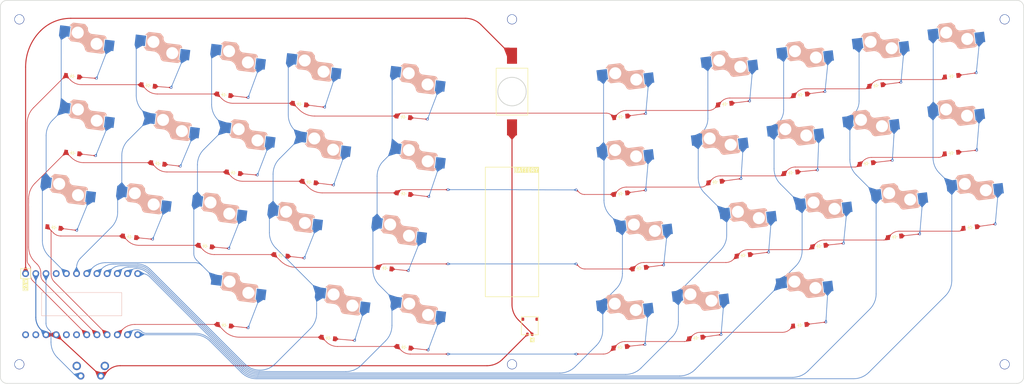
<source format=kicad_pcb>
(kicad_pcb (version 20240108) (generator "pcbnew") (generator_version "8.0")
  (title_block (rev "v1.0.0") (company "Unknown"))
  (layers (0 "F.Cu" signal) (31 "B.Cu" signal) (34 "B.Paste" user) (35 "F.Paste" user) (36 "B.SilkS" user "B.Silkscreen") (37 "F.SilkS" user "F.Silkscreen") (38 "B.Mask" user) (39 "F.Mask" user) (44 "Edge.Cuts" user))
  (net 0 "")
  (net 1 "RAW")
  (net 2 "GND")
  (net 3 "RST")
  (net 4 "VCC")
  (net 5 "C1")
  (net 6 "C2")
  (net 7 "C3")
  (net 8 "C4")
  (net 9 "C5")
  (net 10 "C6")
  (net 11 "C7")
  (net 12 "C8")
  (net 13 "P1")
  (net 14 "P0")
  (net 15 "P2")
  (net 16 "P3")
  (net 17 "R1")
  (net 18 "R2")
  (net 19 "R3")
  (net 20 "R4")
  (net 21 "C9")
  (net 22 "C10")
  (net 23 "q_top")
  (net 24 "w_top")
  (net 25 "e_top")
  (net 26 "r_top")
  (net 27 "t_top")
  (net 28 "mirror_q_top")
  (net 29 "mirror_w_top")
  (net 30 "mirror_e_top")
  (net 31 "mirror_r_top")
  (net 32 "mirror_t_top")
  (net 33 "a_home")
  (net 34 "s_home")
  (net 35 "d_home")
  (net 36 "f_home")
  (net 37 "g_home")
  (net 38 "mirror_a_home")
  (net 39 "mirror_s_home")
  (net 40 "mirror_d_home")
  (net 41 "mirror_f_home")
  (net 42 "mirror_g_home")
  (net 43 "z_bottom")
  (net 44 "x_bottom")
  (net 45 "c_bottom")
  (net 46 "v_bottom")
  (net 47 "b_bottom")
  (net 48 "mirror_z_bottom")
  (net 49 "mirror_x_bottom")
  (net 50 "mirror_c_bottom")
  (net 51 "mirror_v_bottom")
  (net 52 "mirror_b_bottom")
  (net 53 "flex_thumb")
  (net 54 "base_thumb")
  (net 55 "ext_thumb")
  (net 56 "mirror_flex_thumb")
  (net 57 "mirror_base_thumb")
  (net 58 "mirror_ext_thumb")
  (net 59 "BAT_CONN")
  (footprint "conn_molex_pico_front" (layer "F.Cu") (at 113.417346 67.4369 180)
    (property "Reference" "CONN1" (hide yes))
    (property "Value" "")
  )
  (footprint "ComboDiode" (layer "F.Cu") (at 180.721946 67.037216 7)
    (property "Reference" "D34" (hide yes))
    (property "Value" "")
  )
  (footprint "ComboDiode" (layer "F.Cu") (at 77.265017 52.809874 -7)
    (property "Reference" "D25" (hide yes))
    (property "Value" "")
  )
  (footprint "ComboDiode" (layer "F.Cu") (at 178.448208 29.031022 7)
    (property "Reference" "D18" (hide yes))
    (property "Value" "")
  )
  (footprint "ComboDiode" (layer "F.Cu") (at 185.47832 47.31052 7)
    (property "Reference" "D28" (hide yes))
    (property "Value" "")
  )
  (footprint "ComboDiode" (layer "F.Cu") (at 55.965784 11.909283 -7)
    (property "Reference" "D4" (hide yes))
    (property "Value" "")
  )
  (footprint "ComboDiode" (layer "F.Cu") (at 81.937832 34.240937 -7)
    (property "Reference" "D15" (hide yes))
    (property "Value" "")
  )
  (footprint "ComboDiode" (layer "F.Cu") (at 180.847285 9.593766 7)
    (property "Reference" "D8" (hide yes))
    (property "Value" "")
  )
  (footprint "mounting_hole" (layer "F.Cu") (at 108.977346 76.7869)
    (property "Reference" "H5" (hide yes))
    (property "Value" "")
  )
  (footprint "1208YD" (layer "F.Cu") (at 108.977346 8.7869 -90)
    (property "Reference" "SW1" (hide yes))
    (property "Value" "")
    (fp_circle (center 0 0) (end 3.55 0) (stroke (width 0.2)) (fill none) (layer "Edge.Cuts"))
  )
  (footprint "ComboDiode" (layer "F.Cu") (at 37.232746 67.037216 -7)
    (property "Reference" "D31" (hide yes))
    (property "Value" "")
  )
  (footprint "ComboDiode" (layer "F.Cu") (at 199.705662 7.278248 7)
    (property "Reference" "D7" (hide yes))
    (property "Value" "")
  )
  (footprint "ComboDiode" (layer "F.Cu") (at -0.567567 24.110547 -7)
    (property "Reference" "D11" (hide yes))
    (property "Value" "")
  )
  (footprint "ComboDiode" (layer "F.Cu") (at 51.334749 49.626037 -7)
    (property "Reference" "D24" (hide yes))
    (property "Value" "")
  )
  (footprint "ComboDiode" (layer "F.Cu") (at 136.01686 34.240937 7)
    (property "Reference" "D20" (hide yes))
    (property "Value" "")
  )
  (footprint "ComboDiode" (layer "F.Cu") (at 135.933301 72.53657 7)
    (property "Reference" "D36" (hide yes))
    (property "Value" "")
  )
  (footprint "ComboDiode" (layer "F.Cu") (at 18.24903 7.278248 -7)
    (property "Reference" "D2" (hide yes))
    (property "Value" "")
  )
  (footprint "ComboDiode" (layer "F.Cu") (at 154.791678 70.221052 7)
    (property "Reference" "D35" (hide yes))
    (property "Value" "")
  )
  (footprint "ComboDiode" (layer "F.Cu") (at 81.896052 15.09312 -7)
    (property "Reference" "D5" (hide yes))
    (property "Value" "")
  )
  (footprint "1:supermini_front" (layer "F.Cu") (at 0.424846 61.7869 90)
    (property "Reference" "MCU1" (hide yes))
    (property "Value" "")
  )
  (footprint "ComboDiode" (layer "F.Cu") (at 32.476372 47.31052 -7)
    (property "Reference" "D23" (hide yes))
    (property "Value" "")
  )
  (footprint "ComboDiode" (layer "F.Cu") (at 63.163014 70.221052 -7)
    (property "Reference" "D32" (hide yes))
    (property "Value" "")
  )
  (footprint "ComboDiode" (layer "F.Cu") (at 166.619943 49.626037 7)
    (property "Reference" "D29" (hide yes))
    (property "Value" "")
  )
  (footprint "ComboDiode" (layer "F.Cu") (at 37.107407 9.593766 -7)
    (property "Reference" "D3" (hide yes))
    (property "Value" "")
  )
  (footprint "ComboDiode" (layer "F.Cu") (at 218.564039 4.962731 7)
    (property "Reference" "D6" (hide yes))
    (property "Value" "")
  )
  (footprint "ComboDiode" (layer "F.Cu") (at -0.609347 4.962731 -7)
    (property "Reference" "D1" (hide yes))
    (property "Value" "")
  )
  (footprint "ComboDiode" (layer "F.Cu") (at 161.988908 11.909283 7)
    (property "Reference" "D9" (hide yes))
    (property "Value" "")
  )
  (footprint "ComboDiode" (layer "F.Cu") (at 13.617995 44.995002 -7)
    (property "Reference" "D22" (hide yes))
    (property "Value" "")
  )
  (footprint "mounting_hole" (layer "F.Cu") (at -13.835154 76.7869)
    (property "Reference" "H4" (hide yes))
    (property "Value" "")
  )
  (footprint "ComboDiode" (layer "F.Cu") (at 218.522259 24.110547 7)
    (property "Reference" "D16" (hide yes))
    (property "Value" "")
  )
  (footprint "SKHLLCA010" (layer "F.Cu") (at 3.977346 78.4369 180)
    (property "Reference" "S37" (hide yes))
    (property "Value" "SKHLLCA010")
  )
  (footprint "mounting_hole" (layer "F.Cu") (at 231.789846 -9.2131)
    (property "Reference" "H3" (hide yes))
    (property "Value" "")
  )
  (footprint "ComboDiode" (layer "F.Cu") (at 204.336697 44.995002 7)
    (property "Reference" "D27" (hide yes))
    (property "Value" "")
  )
  (footprint "mounting_hole" (layer "F.Cu") (at 108.977346 -9.2131)
    (property "Reference" "H2" (hide yes))
    (property "Value" "")
  )
  (footprint "ComboDiode" (layer "F.Cu") (at 82.021391 72.53657 -7)
    (property "Reference" "D33" (hide yes))
    (property "Value" "")
  )
  (footprint "ComboDiode" (layer "F.Cu") (at 223.195074 42.679485 7)
    (property "Reference" "D26" (hide yes))
    (property "Value" "")
  )
  (footprint "ComboDiode" (layer "F.Cu") (at 140.689675 52.809874 7)
    (property "Reference" "D30" (hide yes))
    (property "Value" "")
  )
  (footprint "ComboDiode" (layer "F.Cu") (at 20.648107 26.715505 -7)
    (property "Reference" "D12" (hide yes))
    (property "Value" "")
  )
  (footprint "ComboDiode" (layer "F.Cu") (at -5.240382 42.679485 -7)
    (property "Reference" "D21" (hide yes))
    (property "Value" "")
  )
  (footprint "ComboDiode" (layer "F.Cu") (at 159.589832 31.34654 7)
    (property "Reference" "D19" (hide yes))
    (property "Value" "")
  )
  (footprint "mounting_hole" (layer "F.Cu") (at 231.789846 76.7869)
    (property "Reference" "H6" (hide yes))
    (property "Value" "")
  )
  (footprint "mounting_hole" (layer "F.Cu") (at -13.835154 -9.2131)
    (property "Reference" "H1" (hide yes))
    (property "Value" "")
  )
  (footprint "ComboDiode" (layer "F.Cu") (at 58.364861 31.34654 -7)
    (property "Reference" "D14" (hide yes))
    (property "Value" "")
  )
  (footprint "ComboDiode" (layer "F.Cu") (at 197.306585 26.715505 7)
    (property "Reference" "D17" (hide yes))
    (property "Value" "")
  )
  (footprint "ComboDiode" (layer "F.Cu") (at 39.506484 29.031022 -7)
    (property "Reference" "D13" (hide yes))
    (property "Value" "")
  )
  (footprint "ComboDiode" (layer "F.Cu") (at 136.05864 15.09312 7)
    (property "Reference" "D10" (hide yes))
    (property "Value" "")
  )
  (footprint "1:switch_choc_v1_v2_filled" (layer "B.Cu") (at 135.407514 29.278206 7)
    (property "Reference" "S20" (hide yes))
    (property "Value" "")
  )
  (footprint "1:switch_choc_v1_v2_filled" (layer "B.Cu") (at 203.72735 40.032271 7)
    (property "Reference" "S27" (hide yes))
    (property "Value" "")
  )
  (footprint "1:switch_choc_v1_v2_filled" (layer "B.Cu") (at 58.974207 26.383809 -7)
    (property "Reference" "S14" (hide yes))
    (property "Value" "")
  )
  (footprint "1:switch_choc_v1_v2_filled" (layer "B.Cu") (at 140.080328 47.847143 7)
    (property "Reference" "S30" (hide yes))
    (property "Value" "")
  )
  (footprint "1:switch_choc_v1_v2_filled" (layer "B.Cu") (at 0.04178 19.147817 -7)
    (property "Reference" "S11" (hide yes))
    (property "Value" "")
  )
  (footprint "1:switch_choc_v1_v2_filled" (layer "B.Cu") (at -4.631035 37.716754 -7)
    (property "Reference" "S21" (hide yes))
    (property "Value" "")
  )
  (footprint "1:switch_choc_v1_v2_filled" (layer "B.Cu") (at 0 0 -7)
    (property "Reference" "S1" (hide yes))
    (property "Value" "")
  )
  (footprint "1:switch_choc_v1_v2_filled" (layer "B.Cu") (at 184.868973 42.347789 7)
    (property "Reference" "S28" (hide yes))
    (property "Value" "")
  )
  (footprint "1:switch_choc_v1_v2_filled" (layer "B.Cu") (at 196.697239 21.752774 7)
    (property "Reference" "S17" (hide yes))
    (property "Value" "")
  )
  (footprint "1:switch_choc_v1_v2_filled" (layer "B.Cu") (at 217.912913 19.147817 7)
    (property "Reference" "S16" (hide yes))
    (property "Value" "")
  )
  (footprint "1:switch_choc_v1_v2_filled" (layer "B.Cu") (at 217.954692 0 7)
    (property "Reference" "S6" (hide yes))
    (property "Value" "")
  )
  (footprint "1:switch_choc_v1_v2_filled" (layer "B.Cu") (at 180.237938 4.631035 7)
    (property "Reference" "S8" (hide yes))
    (property "Value" "")
  )
  (footprint "1:switch_choc_v1_v2_filled" (layer "B.Cu") (at 199.096315 2.315518 7)
    (property "Reference" "S7" (hide yes))
    (property "Value" "")
  )
  (footprint "1:switch_choc_v1_v2_filled" (layer "B.Cu") (at 135.323955 67.573839 7)
    (property "Reference" "S36" (hide yes))
    (property "Value" "")
  )
  (footprint "1:switch_choc_v1_v2_filled" (layer "B.Cu") (at 77.874364 47.847143 -7)
    (property "Reference" "S25" (hide yes))
    (property "Value" "")
  )
  (footprint "1:switch_choc_v1_v2_filled" (layer "B.Cu") (at 18.858377 2.315518 -7)
    (property "Reference" "S2" (hide yes))
    (property "Value" "")
  )
  (footprint "1:switch_choc_v1_v2_filled" (layer "B.Cu") (at 158.980485 26.383809 7)
    (property "Reference" "S19" (hide yes))
    (property "Value" "")
  )
  (footprint "1:switch_choc_v1_v2_filled" (layer "B.Cu") (at 21.257454 21.752774 -7)
    (property "Reference" "S12" (hide yes))
    (property "Value" "")
  )
  (footprint "1:switch_choc_v1_v2_filled" (layer "B.Cu") (at 33.085719 42.347789 -7)
    (property "Reference" "S23" (hide yes))
    (property "Value" "")
  )
  (footprint "1:switch_choc_v1_v2_filled" (layer "B.Cu") (at 177.838862 24.068291 7)
    (property "Reference" "S18" (hide yes))
    (property "Value" "")
  )
  (footprint "1:switch_choc_v1_v2_filled" (layer "B.Cu") (at 180.1126 62.074485 7)
    (property "Reference" "S34" (hide yes))
    (property "Value" "")
  )
  (footprint "1:switch_choc_v1_v2_filled" (layer "B.Cu") (at 135.449293 10.130389 7)
    (property "Reference" "S10" (hide yes))
    (property "Value" "")
  )
  (footprint "1:switch_choc_v1_v2_filled" (layer "B.Cu") (at 63.772361 65.258321 -7)
    (property "Reference" "S32" (hide yes))
    (property "Value" "")
  )
  (footprint "1:switch_choc_v1_v2_filled" (layer "B.Cu") (at 154.182331 65.258321 7)
    (property "Reference" "S35" (hide yes))
    (property "Value" "")
  )
  (footprint "1:switch_choc_v1_v2_filled" (layer "B.Cu") (at 56.575131 6.946553 -7)
    (property "Reference" "S4" (hide yes))
    (property "Value" "")
  )
  (footprint "1:switch_choc_v1_v2_filled" (layer "B.Cu") (at 37.842093 62.074485 -7)
    (property "Reference" "S31" (hide yes))
    (property "Value" "")
  )
  (footprint "1:switch_choc_v1_v2_filled" (layer "B.Cu") (at 82.630738 67.573839 -7)
    (property "Reference" "S33" (hide yes))
    (property "Value" "")
  )
  (footprint "1:switch_choc_v1_v2_filled" (layer "B.Cu") (at 222.585727 37.716754 7)
    (property "Reference" "S26" (hide yes))
    (property "Value" "")
  )
  (footprint "1:switch_choc_v1_v2_filled" (layer "B.Cu") (at 14.227342 40.032271 -7)
    (property "Reference" "S22" (hide yes))
    (property "Value" "")
  )
  (footprint "1:switch_choc_v1_v2_filled" (layer "B.Cu") (at 161.379562 6.946553 7)
    (property "Reference" "S9" (hide yes))
    (property "Value" "")
  )
  (footprint "1:switch_choc_v1_v2_filled" (layer "B.Cu") (at 82.505399 10.130389 -7)
    (property "Reference" "S5" (hide yes))
    (property "Value" "")
  )
  (footprint "1:switch_choc_v1_v2_filled" (layer "B.Cu") (at 166.010597 44.663306 7)
    (property "Reference" "S29" (hide yes))
    (property "Value" "")
  )
  (footprint "1:switch_choc_v1_v2_filled" (layer "B.Cu") (at 82.547179 29.278206 -7)
    (property "Reference" "S15" (hide yes))
    (property "Value" "")
  )
  (footprint "1:switch_choc_v1_v2_filled" (layer "B.Cu") (at 40.115831 24.068291 -7)
    (property "Reference" "S13" (hide yes))
    (property "Value" "")
  )
  (footprint "1:switch_choc_v1_v2_filled" (layer "B.Cu") (at 51.944096 44.663306 -7)
    (property "Reference" "S24" (hide yes))
    (property "Value" "")
  )
  (footprint "1:switch_choc_v1_v2_filled" (layer "B.Cu") (at 37.716754 4.631035 -7)
    (property "Reference" "S3" (hide yes))
    (property "Value" "")
  )
  (gr_rect (start -8.3055 58.887) (end 11.6945 64.687) (stroke (width 0.1)) (fill none) (layer "B.SilkS"))
  (gr_line (start 115.627346 59.9369) (end 115.627346 27.6369) (stroke (width 0.15)) (layer "F.SilkS"))
  (gr_line (start 102.327346 59.9369) (end 115.627346 59.9369) (stroke (width 0.15)) (layer "F.SilkS"))
  (gr_line (start 115.627346 27.6369) (end 102.327346 27.6369) (stroke (width 0.15)) (layer "F.SilkS"))
  (gr_line (start 102.327346 27.6369) (end 102.327346 59.9369) (stroke (width 0.15)) (layer "F.SilkS"))
  (gr_arc (start -16.885154 81.5369) (mid -18.087236 81.038982) (end -18.585154 79.8369) (stroke (width 0.15)) (layer "Edge.Cuts"))
  (gr_line (start 236.539846 79.8369) (end 236.539846 -12.2631) (stroke (width 0.15)) (layer "Edge.Cuts"))
  (gr_arc (start -18.585154 -12.2631) (mid -18.087236 -13.465182) (end -16.885154 -13.9631) (stroke (width 0.15)) (layer "Edge.Cuts"))
  (gr_arc (start 234.839846 -13.9631) (mid 236.041928 -13.465182) (end 236.539846 -12.2631) (stroke (width 0.15)) (layer "Edge.Cuts"))
  (gr_line (start 234.839846 -13.9631) (end -16.885154 -13.9631) (stroke (width 0.15)) (layer "Edge.Cuts"))
  (gr_line (start -18.585154 -12.2631) (end -18.585154 79.8369) (stroke (width 0.15)) (layer "Edge.Cuts"))
  (gr_line (start -16.885154 81.5369) (end 234.839846 81.5369) (stroke (width 0.15)) (layer "Edge.Cuts"))
  (gr_arc (start 236.539846 79.8369) (mid 236.041928 81.038982) (end 234.839846 81.5369) (stroke (width 0.15)) (layer "Edge.Cuts"))
  (gr_text "BATTERY" (at 112.435346 28.3869 0) (layer "F.SilkS" knockout) (effects (font (size 1 1))))
  (segment (start -12.275154 2.670959) (end -12.275154 54.1669) (width 0.25) (layer "F.Cu") (net 1))
  (segment (start 101.234238 -7.881207) (end 108.977346 -0.1381) (width 0.25) (layer "F.Cu") (net 1))
  (segment (start -1.033276 -9.475) (end 97.386482 -9.475) (width 0.25) (layer "F.Cu") (net 1))
  (arc (start -8.530415 -6.369584) (mid -11.301935 -2.221735) (end -12.275154 2.670959) (width 0.25) (layer "F.Cu") (net 1))
  (arc (start 97.386482 -9.475) (mid 99.468872 -9.060786) (end 101.234238 -7.881207) (width 0.25) (layer "F.Cu") (net 1))
  (arc (start -1.033276 -9.475) (mid -5.090698 -8.667929) (end -8.530415 -6.369584) (width 0.25) (layer "F.Cu") (net 1))
  (segment (start 7.07906 79.529729) (end 8.20284 78.40595) (width 0.25) (layer "F.Cu") (net 2))
  (segment (start 106.598038 75.531207) (end 112.817346 69.3119) (width 0.25) (layer "F.Cu") (net 2))
  (segment (start -4.655154 69.4069) (end -7.195154 69.4069) (width 0.25) (layer "F.Cu") (net 2))
  (segment (start 102.750282 77.125) (end 11.295326 77.125) (width 0.25) (layer "F.Cu") (net 2))
  (segment (start 6.314047 79.536106) (end -4.655154 69.4069) (width 0.25) (layer "F.Cu") (net 2))
  (arc (start 11.295326 77.125) (mid 9.621684 77.457908) (end 8.20284 78.40595) (width 0.25) (layer "F.Cu") (net 2))
  (arc (start 7.07906 79.529729) (mid 6.90497 79.646052) (end 6.699618 79.6869) (width 0.25) (layer "F.Cu") (net 2))
  (arc (start 6.314047 79.536106) (mid 6.492613 79.64786) (end 6.699618 79.6869) (width 0.25) (layer "F.Cu") (net 2))
  (arc (start 106.598038 75.531207) (mid 104.832672 76.710786) (end 102.750282 77.125) (width 0.25) (layer "F.Cu") (net 2))
  (segment (start -9.735154 65.070848) (end -9.735154 54.1669) (width 0.25) (layer "B.Cu") (net 2))
  (segment (start -8.465154 68.1369) (end -7.195154 69.4069) (width 0.25) (layer "B.Cu") (net 2))
  (arc (start -8.465154 68.1369) (mid -9.405091 66.730183) (end -9.735154 65.070848) (width 0.25) (layer "B.Cu") (net 2))
  (segment (start -6.572577 68.052423) (end -6.280869 68.34413) (width 0.15) (layer "B.Cu") (net 3))
  (segment (start -5.95 71.246036) (end -5.95 69.142918) (width 0.15) (layer "B.Cu") (net 3))
  (segment (start -7.195154 66.549389) (end -7.195154 54.1669) (width 0.15) (layer "B.Cu") (net 3))
  (segment (start 0.857123 79.6869) (end 1.477346 79.6869) (width 0.15) (layer "B.Cu") (net 3))
  (segment (start -0.201663 79.248336) (end -4.356207 75.093792) (width 0.15) (layer "B.Cu") (net 3))
  (arc (start -0.201663 79.248336) (mid 0.284111 79.57292) (end 0.857123 79.6869) (width 0.15) (layer "B.Cu") (net 3))
  (arc (start -5.95 71.246036) (mid -5.535786 73.328426) (end -4.356207 75.093792) (width 0.15) (layer "B.Cu") (net 3))
  (arc (start -5.95 69.142918) (mid -6.03599 68.710617) (end -6.280869 68.34413) (width 0.15) (layer "B.Cu") (net 3))
  (arc (start -6.572577 68.052423) (mid -7.033351 67.362825) (end -7.195154 66.549389) (width 0.15) (layer "B.Cu") (net 3))
  (segment (start -2.941843 13.301202) (end -5.562708 15.922067) (width 0.15) (layer "B.Cu") (net 5))
  (segment (start -7.156501 19.769823) (end -7.156501 30.744827) (width 0.15) (layer "B.Cu") (net 5))
  (segment (start -2.962733 -5.867505) (end -2.525466 -6.304772) (width 0.15) (layer "B.Cu") (net 5))
  (segment (start -8.1 33.022635) (end -8.1 45.92809) (width 0.15) (layer "B.Cu") (net 5))
  (segment (start -6.506207 49.775846) (end -2.115154 54.1669) (width 0.15) (layer "B.Cu") (net 5))
  (segment (start -3.4 -4.811849) (end -3.4 11.278799) (width 0.15) (layer "B.Cu") (net 5))
  (arc (start -7.156501 30.744827) (mid -7.279104 31.361197) (end -7.62825 31.883731) (width 0.15) (layer "B.Cu") (net 5))
  (arc (start -7.62825 31.883731) (mid -7.977396 32.406264) (end -8.1 33.022635) (width 0.15) (layer "B.Cu") (net 5))
  (arc (start -7.156501 19.769823) (mid -6.742287 17.687432) (end -5.562708 15.922067) (width 0.15) (layer "B.Cu") (net 5))
  (arc (start -2.941843 12.384888) (mid -2.752068 12.843045) (end -2.941843 13.301202) (width 0.15) (layer "B.Cu") (net 5))
  (arc (start -3.4 11.278799) (mid -3.280928 11.87741) (end -2.941843 12.384888) (width 0.15) (layer "B.Cu") (net 5))
  (arc (start -3.4 -4.811849) (mid -3.286358 -5.383165) (end -2.962733 -5.867505) (width 0.15) (layer "B.Cu") (net 5))
  (arc (start -8.1 45.92809) (mid -7.685786 48.01048) (end -6.506207 49.775846) (width 0.15) (layer "B.Cu") (net 5))
  (segment (start 15.816455 -3.472798) (end 16.332911 -3.989254) (width 0.15) (layer "B.Cu") (net 6))
  (segment (start 0.424846 52.733527) (end 0.424846 54.1669) (width 0.15) (layer "B.Cu") (net 6))
  (segment (start 9.081207 42.643792) (end 1.438393 50.286606) (width 0.15) (layer "B.Cu") (net 6))
  (segment (start 11.701876 33.001388) (end 11.701876 24.732077) (width 0.15) (layer "B.Cu") (net 6))
  (segment (start 15.3 9.76205) (end 15.3 -2.225964) (width 0.15) (layer "B.Cu") (net 6))
  (segment (start 10.675 38.796036) (end 10.675 35.480485) (width 0.15) (layer "B.Cu") (net 6))
  (segment (start 18.731988 15.448002) (end 16.893792 13.609806) (width 0.15) (layer "B.Cu") (net 6))
  (segment (start 13.295668 20.884321) (end 18.731988 15.448002) (width 0.15) (layer "B.Cu") (net 6))
  (arc (start 15.816455 -3.472798) (mid 15.434222 -2.900745) (end 15.3 -2.225964) (width 0.15) (layer "B.Cu") (net 6))
  (arc (start 11.701876 33.001388) (mid 11.568437 33.672227) (end 11.188438 34.240937) (width 0.15) (layer "B.Cu") (net 6))
  (arc (start 0.424846 52.733527) (mid 0.688258 51.409262) (end 1.438393 50.286606) (width 0.15) (layer "B.Cu") (net 6))
  (arc (start 11.188438 34.240937) (mid 10.808438 34.809646) (end 10.675 35.480485) (width 0.15) (layer "B.Cu") (net 6))
  (arc (start 11.701876 24.732077) (mid 12.116089 22.649686) (end 13.295668 20.884321) (width 0.15) (layer "B.Cu") (net 6))
  (arc (start 15.3 9.76205) (mid 15.714213 11.84444) (end 16.893792 13.609806) (width 0.15) (layer "B.Cu") (net 6))
  (arc (start 10.675 38.796036) (mid 10.260786 40.878426) (end 9.081207 42.643792) (width 0.15) (layer "B.Cu") (net 6))
  (segment (start 31.670371 52.123457) (end 35.316627 55.769713) (width 0.15) (layer "B.Cu") (net 7))
  (segment (start 37.590365 17.763519) (end 32.154045 23.199838) (width 0.15) (layer "B.Cu") (net 7))
  (segment (start 30.323457 50.776543) (end 31.670371 52.123457) (width 0.15) (layer "B.Cu") (net 7))
  (segment (start 37.590365 17.763519) (end 35.693792 15.866946) (width 0.15) (layer "B.Cu") (net 7))
  (segment (start 34.1 12.01919) (end 34.1 0.189208) (width 0.15) (layer "B.Cu") (net 7))
  (segment (start 4.323296 52.80845) (end 2.964846 54.1669) (width 0.15) (layer "B.Cu") (net 7))
  (segment (start 34.645644 -1.128093) (end 35.191288 -1.673737) (width 0.15) (layer "B.Cu") (net 7))
  (segment (start 29.65 37.596916) (end 29.65 49.150673) (width 0.15) (layer "B.Cu") (net 7))
  (segment (start 30.560253 35.39937) (end 30.560253 27.047594) (width 0.15) (layer "B.Cu") (net 7))
  (segment (start 7.602884 51.45) (end 30.044501 51.45) (width 0.15) (layer "B.Cu") (net 7))
  (arc (start 31.670371 52.123457) (mid 30.924415 51.625025) (end 30.044501 51.45) (width 0.15) (layer "B.Cu") (net 7))
  (arc (start 34.645644 -1.128093) (mid 34.241808 -0.52371) (end 34.1 0.189208) (width 0.15) (layer "B.Cu") (net 7))
  (arc (start 4.323296 52.80845) (mid 5.827983 51.803049) (end 7.602884 51.45) (width 0.15) (layer "B.Cu") (net 7))
  (arc (start 30.323457 50.776543) (mid 29.825025 50.030587) (end 29.65 49.150673) (width 0.15) (layer "B.Cu") (net 7))
  (arc (start 30.105126 36.498143) (mid 29.768283 37.002264) (end 29.65 37.596916) (width 0.15) (layer "B.Cu") (net 7))
  (arc (start 32.154045 23.199838) (mid 30.974466 24.965203) (end 30.560253 27.047594) (width 0.15) (layer "B.Cu") (net 7))
  (arc (start 30.105126 36.498143) (mid 30.441969 35.994021) (end 30.560253 35.39937) (width 0.15) (layer "B.Cu") (net 7))
  (arc (start 34.1 12.01919) (mid 34.514213 14.10158) (end 35.693792 15.866946) (width 0.15) (layer "B.Cu") (net 7))
  (segment (start 6.688296 52.98345) (end 5.504846 54.1669) (width 0.15) (layer "B.Cu") (net 8))
  (segment (start 15.697581 51.8) (end 9.545397 51.8) (width 0.15) (layer "B.Cu") (net 8))
  (segment (start 49.41863 37.708964) (end 49.41863 29.363111) (width 0.15) (layer "B.Cu") (net 8))
  (segment (start 53.624832 1.066613) (end 54.049665 0.641781) (width 0.15) (layer "B.Cu") (net 8))
  (segment (start 54.793792 18.424088) (end 56.448741 20.079037) (width 0.15) (layer "B.Cu") (net 8))
  (segment (start 49.918027 76.681972) (end 58.681207 67.918792) (width 0.15) (layer "B.Cu") (net 8))
  (segment (start 18.714667 53.049718) (end 42.346921 76.681972) (width 0.15) (layer "B.Cu") (net 8))
  (segment (start 51.012422 25.515355) (end 56.448741 20.079037) (width 0.15) (layer "B.Cu") (net 8))
  (segment (start 53.2 2.092249) (end 53.2 14.576332) (width 0.15) (layer "B.Cu") (net 8))
  (segment (start 60.760947 58.467601) (end 50.093792 47.800446) (width 0.15) (layer "B.Cu") (net 8))
  (segment (start 60.275 64.071036) (end 60.275 60.612677) (width 0.15) (layer "B.Cu") (net 8))
  (segment (start 48.5 39.926733) (end 48.5 43.95269) (width 0.15) (layer "B.Cu") (net 8))
  (arc (start 48.959315 38.817849) (mid 49.299257 38.309088) (end 49.41863 37.708964) (width 0.15) (layer "B.Cu") (net 8))
  (arc (start 48.5 43.95269) (mid 48.914213 46.03508) (end 50.093792 47.800446) (width 0.15) (layer "B.Cu") (net 8))
  (arc (start 53.624832 1.066613) (mid 53.31041 1.537179) (end 53.2 2.092249) (width 0.15) (layer "B.Cu") (net 8))
  (arc (start 60.760947 59.439496) (mid 60.401293 59.977756) (end 60.275 60.612677) (width 0.15) (layer "B.Cu") (net 8))
  (arc (start 54.793792 18.424088) (mid 53.614213 16.658722) (end 53.2 14.576332) (width 0.15) (layer "B.Cu") (net 8))
  (arc (start 48.5 39.926733) (mid 48.619372 39.326609) (end 48.959315 38.817849) (width 0.15) (layer "B.Cu") (net 8))
  (arc (start 49.918027 76.681972) (mid 48.1812 77.842482) (end 46.132474 78.25) (width 0.15) (layer "B.Cu") (net 8))
  (arc (start 6.688296 52.98345) (mid 7.999145 52.107568) (end 9.545397 51.8) (width 0.15) (layer "B.Cu") (net 8))
  (arc (start 60.275 64.071036) (mid 59.860786 66.153426) (end 58.681207 67.918792) (width 0.15) (layer "B.Cu") (net 8))
  (arc (start 42.346921 76.681972) (mid 44.083747 77.842482) (end 46.132474 78.25) (width 0.15) (layer "B.Cu") (net 8))
  (arc (start 60.760947 58.467601) (mid 60.962233 58.953548) (end 60.760947 59.439496) (width 0.15) (layer "B.Cu") (net 8))
  (arc (start 51.012422 25.515355) (mid 49.832843 27.28072) (end 49.41863 29.363111) (width 0.15) (layer "B.Cu") (net 8))
  (arc (start 18.714667 53.049718) (mid 17.330416 52.124791) (end 15.697581 51.8) (width 0.15) (layer "B.Cu") (net 8))
  (segment (start 67.546036 78.6) (end 46.023938 78.6) (width 0.15) (layer "B.Cu") (net 9))
  (segment (start 74.3 53.209831) (end 74.3 43.332951) (width 0.15) (layer "B.Cu") (net 9))
  (segment (start 15.787116 52.2) (end 11.402554 52.2) (width 0.15) (layer "B.Cu") (net 9))
  (segment (start 79.1 21.399971) (end 79.1 5.327756) (width 0.15) (layer "B.Cu") (net 9))
  (segment (start 79.539966 4.265583) (end 79.979933 3.825617) (width 0.15) (layer "B.Cu") (net 9))
  (segment (start 79.560856 23.43429) (end 76.94269 26.052455) (width 0.15) (layer "B.Cu") (net 9))
  (segment (start 9.028296 53.18345) (end 8.044846 54.1669) (width 0.15) (layer "B.Cu") (net 9))
  (segment (start 75.893792 57.057587) (end 79.577636 60.741431) (width 0.15) (layer "B.Cu") (net 9))
  (segment (start 79.05 67.096036) (end 79.05 63.070528) (width 0.15) (layer "B.Cu") (net 9))
  (segment (start 71.393792 77.006207) (end 77.456207 70.943792) (width 0.15) (layer "B.Cu") (net 9))
  (segment (start 75.348898 40.800688) (end 75.348898 29.900212) (width 0.15) (layer "B.Cu") (net 9))
  (segment (start 42.176182 77.006207) (end 18.489225 53.31925) (width 0.15) (layer "B.Cu") (net 9))
  (arc (start 74.824449 42.06682) (mid 74.436299 42.647726) (end 74.3 43.332951) (width 0.15) (layer "B.Cu") (net 9))
  (arc (start 71.393792 77.006207) (mid 69.628426 78.185786) (end 67.546036 78.6) (width 0.15) (layer "B.Cu") (net 9))
  (arc (start 79.1 21.399971) (mid 79.219772 22.002109) (end 79.560856 22.512577) (width 0.15) (layer "B.Cu") (net 9))
  (arc (start 79.560856 22.512577) (mid 79.751749 22.973433) (end 79.560856 23.43429) (width 0.15) (layer "B.Cu") (net 9))
  (arc (start 42.176182 77.006207) (mid 43.941547 78.185786) (end 46.023938 78.6) (width 0.15) (layer "B.Cu") (net 9))
  (arc (start 74.824449 42.06682) (mid 75.212598 41.485913) (end 75.348898 40.800688) (width 0.15) (layer "B.Cu") (net 9))
  (arc (start 75.893792 57.057587) (mid 74.714213 55.292221) (end 74.3 53.209831) (width 0.15) (layer "B.Cu") (net 9))
  (arc (start 79.05 67.096036) (mid 78.635786 69.178426) (end 77.456207 70.943792) (width 0.15) (layer "B.Cu") (net 9))
  (arc (start 9.028296 53.18345) (mid 10.117614 52.45559) (end 11.402554 52.2) (width 0.15) (layer "B.Cu") (net 9))
  (arc (start 79.539966 4.265583) (mid 79.214343 4.752912) (end 79.1 5.327756) (width 0.15) (layer "B.Cu") (net 9))
  (arc (start 79.577636 61.796703) (mid 79.187128 62.381139) (end 79.05 63.070528) (width 0.15) (layer "B.Cu") (net 9))
  (arc (start 15.787116 52.2) (mid 17.249487 52.490884) (end 18.489225 53.31925) (width 0.15) (layer "B.Cu") (net 9))
  (arc (start 79.577636 61.796703) (mid 79.796189 61.269067) (end 79.577636 60.741431) (width 0.15) (layer "B.Cu") (net 9))
  (arc (start 75.348898 29.900212) (mid 75.763111 27.817821) (end 76.94269 26.052455) (width 0.15) (layer "B.Cu") (net 9))
  (segment (start 135.709233 41.945231) (end 136.104616 42.340614) (width 0.15) (layer "B.Cu") (net 10))
  (segment (start 131.474122 62.193189) (end 131.348244 62.067311) (width 0.15) (layer "B.Cu") (net 10))
  (segment (start 136.5 43.015576) (end 136.5 54.146036) (width 0.15) (layer "B.Cu") (net 10))
  (segment (start 11.393296 53.35845) (end 10.584846 54.1669) (width 0.15) (layer "B.Cu") (net 10))
  (segment (start 131.636791 4.78707) (end 131.473582 4.623861) (width 0.15) (layer "B.Cu") (net 10))
  (segment (start 131.9 24.57094) (end 131.9 35.882034) (width 0.15) (layer "B.Cu") (net 10))
  (segment (start 131.6 68.246036) (end 131.6 62.497085) (width 0.15) (layer "B.Cu") (net 10))
  (segment (start 136.104616 42.340614) (end 136.302308 42.538306) (width 0.15) (layer "B.Cu") (net 10))
  (segment (start 131.53052 61.369479) (end 134.906207 57.993792) (width 0.15) (layer "B.Cu") (net 10))
  (segment (start 131.8 23.143126) (end 131.8 5.181091) (width 0.15) (layer "B.Cu") (net 10))
  (segment (start 130.006207 72.093792) (end 124.743792 77.356207) (width 0.15) (layer "B.Cu") (net 10))
  (segment (start 45.878963 78.95) (end 120.896036 78.95) (width 0.15) (layer "B.Cu") (net 10))
  (segment (start 135.709233 41.945231) (end 133.493792 39.72979) (width 0.15) (layer "B.Cu") (net 10))
  (segment (start 42.031207 77.356207) (end 18.441724 53.766724) (width 0.15) (layer "B.Cu") (net 10))
  (segment (start 15.504291 52.55) (end 13.345066 52.55) (width 0.15) (layer "B.Cu") (net 10))
  (segment (start 131.665901 24.005776) (end 131.615901 23.955776) (width 0.15) (layer "B.Cu") (net 10))
  (arc (start 131.8 23.143126) (mid 131.752154 23.383662) (end 131.615901 23.587579) (width 0.15) (layer "B.Cu") (net 10))
  (arc (start 131.8 5.181091) (mid 131.757583 4.967848) (end 131.636791 4.78707) (width 0.15) (layer "B.Cu") (net 10))
  (arc (start 131.53052 61.369479) (mid 131.395615 61.571377) (end 131.348244 61.809533) (width 0.15) (layer "B.Cu") (net 10))
  (arc (start 136.302308 42.538306) (mid 136.448621 42.757279) (end 136.5 43.015576) (width 0.15) (layer "B.Cu") (net 10))
  (arc (start 131.474122 62.193189) (mid 131.567285 62.332617) (end 131.6 62.497085) (width 0.15) (layer "B.Cu") (net 10))
  (arc (start 134.906207 57.993792) (mid 136.085786 56.228426) (end 136.5 54.146036) (width 0.15) (layer "B.Cu") (net 10))
  (arc (start 131.348244 61.809533) (mid 131.300871 62.047688) (end 131.165967 62.249587) (width 0.15) (layer "B.Cu") (net 10))
  (arc (start 15.504291 52.55) (mid 17.094018 52.866216) (end 18.441724 53.766724) (width 0.15) (layer "B.Cu") (net 10))
  (arc (start 133.493792 39.72979) (mid 132.314213 37.964424) (end 131.9 35.882034) (width 0.15) (layer "B.Cu") (net 10))
  (arc (start 45.878963 78.95) (mid 43.796572 78.535786) (end 42.031207 77.356207) (width 0.15) (layer "B.Cu") (net 10))
  (arc (start 131.6 68.246036) (mid 131.185786 70.328426) (end 130.006207 72.093792) (width 0.15) (layer "B.Cu") (net 10))
  (arc (start 124.743792 77.356207) (mid 122.978426 78.535786) (end 120.896036 78.95) (width 0.15) (layer "B.Cu") (net 10))
  (arc (start 11.393296 53.35845) (mid 12.288775 52.760109) (end 13.345066 52.55) (width 0.15) (layer "B.Cu") (net 10))
  (arc (start 131.9 24.57094) (mid 131.839159 24.265075) (end 131.665901 24.005776) (width 0.15) (layer "B.Cu") (net 10))
  (arc (start 131.615901 23.587579) (mid 131.539645 23.771677) (end 131.615901 23.955776) (width 0.15) (layer "B.Cu") (net 10))
  (segment (start 41.886232 77.706207) (end 18.347441 54.167416) (width 0.15) (layer "B.Cu") (net 11))
  (segment (start 148.856207 69.993792) (end 141.143792 77.706207) (width 0.15) (layer "B.Cu") (net 11))
  (segment (start 150.45 60.167268) (end 150.45 66.146036) (width 0.15) (layer "B.Cu") (net 11))
  (segment (start 150.439404 58.860595) (end 160.906207 48.393792) (width 0.15) (layer "B.Cu") (net 11))
  (segment (start 45.733988 79.3) (end 137.296036 79.3) (width 0.15) (layer "B.Cu") (net 11))
  (segment (start 162.034886 39.156778) (end 162.267443 39.389335) (width 0.15) (layer "B.Cu") (net 11))
  (segment (start 155.210561 20.089438) (end 156.402386 18.897612) (width 0.15) (layer "B.Cu") (net 11))
  (segment (start 13.758296 53.53345) (end 13.124846 54.1669) (width 0.15) (layer "B.Cu") (net 11))
  (segment (start 155.004774 20.597814) (end 155.004774 20.586253) (width 0.15) (layer "B.Cu") (net 11))
  (segment (start 162.5 39.950777) (end 162.5 44.546036) (width 0.15) (layer "B.Cu") (net 11))
  (segment (start 150.20662 59.422586) (end 150.20662 59.579697) (width 0.15) (layer "B.Cu") (net 11))
  (segment (start 155.4 21.551973) (end 155.4 30.267928) (width 0.15) (layer "B.Cu") (net 11))
  (segment (start 157.601925 1.638099) (end 157.403851 1.440025) (width 0.15) (layer "B.Cu") (net 11))
  (segment (start 161.569772 38.691664) (end 156.993792 34.115684) (width 0.15) (layer "B.Cu") (net 11))
  (segment (start 157.8 2.116293) (end 157.8 15.523476) (width 0.15) (layer "B.Cu") (net 11))
  (segment (start 161.569772 38.691664) (end 162.034886 39.156778) (width 0.15) (layer "B.Cu") (net 11))
  (arc (start 162.5 39.950777) (mid 162.43956 39.646926) (end 162.267443 39.389335) (width 0.15) (layer "B.Cu") (net 11))
  (arc (start 15.287579 52.9) (mid 16.943587 53.229391) (end 18.347441 54.167416) (width 0.15) (layer "B.Cu") (net 11))
  (arc (start 162.5 44.546036) (mid 162.085786 46.628426) (end 160.906207 48.393792) (width 0.15) (layer "B.Cu") (net 11))
  (arc (start 137.296036 79.3) (mid 139.378426 78.885786) (end 141.143792 77.706207) (width 0.15) (layer "B.Cu") (net 11))
  (arc (start 150.439404 58.860595) (mid 150.267118 59.118439) (end 150.20662 59.422586) (width 0.15) (layer "B.Cu") (net 11))
  (arc (start 156.993792 34.115684) (mid 155.814213 32.350318) (end 155.4 30.267928) (width 0.15) (layer "B.Cu") (net 11))
  (arc (start 155.4 21.551973) (mid 155.348642 21.293779) (end 155.202387 21.074894) (width 0.15) (layer "B.Cu") (net 11))
  (arc (start 150.32831 59.873483) (mid 150.238246 59.738692) (end 150.20662 59.579697) (width 0.15) (layer "B.Cu") (net 11))
  (arc (start 15.287579 52.9) (mid 14.459937 53.064628) (end 13.758296 53.53345) (width 0.15) (layer "B.Cu") (net 11))
  (arc (start 157.601925 1.638099) (mid 157.748521 1.857496) (end 157.8 2.116293) (width 0.15) (layer "B.Cu") (net 11))
  (arc (start 155.004774 20.597814) (mid 155.056131 20.856007) (end 155.202387 21.074894) (width 0.15) (layer "B.Cu") (net 11))
  (arc (start 155.210561 20.089438) (mid 155.058256 20.317378) (end 155.004774 20.586253) (width 0.15) (layer "B.Cu") (net 11))
  (arc (start 150.32831 59.873483) (mid 150.418373 60.008272) (end 150.45 60.167268) (width 0.15) (layer "B.Cu") (net 11))
  (arc (start 45.733988 79.3) (mid 43.651597 78.885786) (end 41.886232 77.706207) (width 0.15) (layer "B.Cu") (net 11))
  (arc (start 157.8 15.523476) (mid 157.436771 17.349545) (end 156.402386 18.897612) (width 0.15) (layer "B.Cu") (net 11))
  (arc (start 148.856207 69.993792) (mid 150.035786 68.228426) (end 150.45 66.146036) (width 0.15) (layer "B.Cu") (net 11))
  (segment (start 180.486524 36.434523) (end 180.893262 36.841261) (width 0.15) (layer "B.Cu") (net 12))
  (segment (start 176.481113 -0.656606) (end 176.262227 -0.875493) (width 0.15) (layer "B.Cu") (net 12))
  (segment (start 181.3 48.446036) (end 181.3 37.535606) (width 0.15) (layer "B.Cu") (net 12))
  (segment (start 150.775882 79.675) (end 45.614014 79.675) (width 0.15) (layer "B.Cu") (net 12))
  (segment (start 180.486524 36.434523) (end 175.893792 31.841791) (width 0.15) (layer "B.Cu") (net 12))
  (segment (start 175.887688 56.817157) (end 154.623638 78.081207) (width 0.15) (layer "B.Cu") (net 12))
  (segment (start 41.766258 78.081207) (end 18.625209 54.940158) (width 0.15) (layer "B.Cu") (net 12))
  (segment (start 174.01338 18.711992) (end 174.081575 18.780187) (width 0.15) (layer "B.Cu") (net 12))
  (segment (start 179.706207 52.293792) (end 176.386089 55.61391) (width 0.15) (layer "B.Cu") (net 12))
  (segment (start 176.7 13.294044) (end 176.7 -0.128167) (width 0.15) (layer "B.Cu") (net 12))
  (segment (start 174.01338 17.986619) (end 175.281575 16.718424) (width 0.15) (layer "B.Cu") (net 12))
  (segment (start 16.758398 54.1669) (end 15.664846 54.1669) (width 0.15) (layer "B.Cu") (net 12))
  (segment (start 174.3 19.30751) (end 174.3 27.994035) (width 0.15) (layer "B.Cu") (net 12))
  (segment (start 180.893262 36.841261) (end 181.096631 37.04463) (width 0.15) (layer "B.Cu") (net 12))
  (arc (start 174.01338 17.986619) (mid 173.902194 18.153021) (end 173.863151 18.349306) (width 0.15) (layer "B.Cu") (net 12))
  (arc (start 175.887688 56.817157) (mid 176.072123 56.54113) (end 176.136889 56.215534) (width 0.15) (layer "B.Cu") (net 12))
  (arc (start 176.481113 -0.656606) (mid 176.643113 -0.414156) (end 176.7 -0.128167) (width 0.15) (layer "B.Cu") (net 12))
  (arc (start 150.775882 79.675) (mid 152.858272 79.260786) (end 154.623638 78.081207) (width 0.15) (layer "B.Cu") (net 12))
  (arc (start 174.3 19.30751) (mid 174.243233 19.022125) (end 174.081575 18.780187) (width 0.15) (layer "B.Cu") (net 12))
  (arc (start 41.766258 78.081207) (mid 43.531623 79.260786) (end 45.614014 79.675) (width 0.15) (layer "B.Cu") (net 12))
  (arc (start 174.3 27.994035) (mid 174.714213 30.076425) (end 175.893792 31.841791) (width 0.15) (layer "B.Cu") (net 12))
  (arc (start 179.706207 52.293792) (mid 180.885786 50.528426) (end 181.3 48.446036) (width 0.15) (layer "B.Cu") (net 12))
  (arc (start 176.7 13.294044) (mid 176.331363 15.147305) (end 175.281575 16.718424) (width 0.15) (layer "B.Cu") (net 12))
  (arc (start 174.01338 18.711992) (mid 173.902194 18.54559) (end 173.863151 18.349306) (width 0.15) (layer "B.Cu") (net 12))
  (arc (start 176.386089 55.61391) (mid 176.201653 55.889937) (end 176.136889 56.215534) (width 0.15) (layer "B.Cu") (net 12))
  (arc (start 18.625209 54.940158) (mid 17.768709 54.367863) (end 16.758398 54.1669) (width 0.15) (layer "B.Cu") (net 12))
  (arc (start 181.096631 37.04463) (mid 181.247146 37.269891) (end 181.3 37.535606) (width 0.15) (layer "B.Cu") (net 12))
  (segment (start 179.360871 9.643562) (end 179.058296 9.946137) (width 0.15) (layer "F.Cu") (net 17))
  (segment (start 182.102873 8.1) (end 197.008414 8.1) (width 0.15) (layer "F.Cu") (net 17))
  (segment (start 134.420939 15.294204) (end 135.318041 14.397102) (width 0.15) (layer "F.Cu") (net 17))
  (segment (start -11 54.761085) (end -11 53.043827) (width 0.15) (layer "F.Cu") (net 17))
  (segment (start 178.907009 10.097425) (end 179.058296 9.946137) (width 0.15) (layer "F.Cu") (net 17))
  (segment (start 216.608245 5.481907) (end 216.926338 5.163815) (width 0.15) (layer "F.Cu") (net 17))
  (segment (start 133.861337 14.734602) (end 134.420939 15.294204) (width 0.15) (layer "F.Cu") (net 17))
  (segment (start 161.20639 11.255183) (end 160.351207 12.110367) (width 0.15) (layer "F.Cu") (net 17))
  (segment (start 157.978955 13.5) (end 137.483836 13.5) (width 0.15) (layer "F.Cu") (net 17))
  (segment (start 81.482408 14.175) (end 132.510338 14.175) (width 0.15) (layer "F.Cu") (net 17))
  (segment (start 35.469706 9.392682) (end 20.564165 9.392682) (width 0.15) (layer "F.Cu") (net 17))
  (segment (start 35.469706 9.392682) (end 36.627464 10.55044) (width 0.15) (layer "F.Cu") (net 17))
  (segment (start 198.223128 7.324165) (end 197.912794 7.634499) (width 0.15) (layer "F.Cu") (net 17))
  (segment (start 80.43761 14.712777) (end 80.616869 14.533518) (width 0.15) (layer "F.Cu") (net 17))
  (segment (start 198.223128 7.324165) (end 198.907627 6.639666) (width 0.15) (layer "F.Cu") (net 17))
  (segment (start 59.763232 14.892036) (end 80.00484 14.892036) (width 0.15) (layer "F.Cu") (net 17))
  (segment (start -10.281361 12.79596) (end -2.247048 4.761647) (width 0.15) (layer "F.Cu") (net 17))
  (segment (start 197.757627 7.789666) (end 197.912794 7.634499) (width 0.15) (layer "F.Cu") (net 17))
  (segment (start 178.176528 10.4) (end 163.270986 10.4) (width 0.15) (layer "F.Cu") (net 17))
  (segment (start -10.518483 55.92357) (end 2.964846 69.4069) (width 0.15) (layer "F.Cu") (net 17))
  (segment (start 179.360871 9.643562) (end 180.057009 8.947425) (width 0.15) (layer "F.Cu") (net 17))
  (segment (start 16.611329 7.077164) (end 17.769088 8.234923) (width 0.15) (layer "F.Cu") (net 17))
  (segment (start 160.351207 12.110367) (end 159.65639 12.805183) (width 0.15) (layer "F.Cu") (net 17))
  (segment (start 215.840302 5.8) (end 200.93476 5.8) (width 0.15) (layer "F.Cu") (net 17))
  (segment (start 16.611329 7.077164) (end 1.705786 7.077164) (width 0.15) (layer "F.Cu") (net 17))
  (segment (start 39.42254 11.708199) (end 54.328083 11.708199) (width 0.15) (layer "F.Cu") (net 17))
  (segment (start -2.247048 4.761647) (end -1.089289 5.919405) (width 0.15) (layer "F.Cu") (net 17))
  (segment (start 55.920001 13.300117) (end 54.328083 11.708199) (width 0.15) (layer "F.Cu") (net 17))
  (segment (start -11.875154 16.643716) (end -11.875154 50.931018) (width 0.15) (layer "F.Cu") (net 17))
  (arc (start 135.318041 14.397102) (mid 136.311716 13.733149) (end 137.483836 13.5) (width 0.15) (layer "F.Cu") (net 17))
  (arc (start 200.93476 5.8) (mid 199.837683 6.018222) (end 198.907627 6.639666) (width 0.15) (layer "F.Cu") (net 17))
  (arc (start 59.763232 14.892036) (mid 57.68329 14.478309) (end 55.920001 13.300117) (width 0.15) (layer "F.Cu") (net 17))
  (arc (start -11 54.761085) (mid -10.874858 55.390217) (end -10.518483 55.92357) (width 0.15) (layer "F.Cu") (net 17))
  (arc (start 182.102873 8.1) (mid 180.995659 8.320238) (end 180.057009 8.947425) (width 0.15) (layer "F.Cu") (net 17))
  (arc (start -11.437577 51.987423) (mid -11.761431 51.50274) (end -11.875154 50.931018) (width 0.15) (layer "F.Cu") (net 17))
  (arc (start -11.437577 51.987423) (mid -11.113722 52.472105) (end -11 53.043827) (width 0.15) (layer "F.Cu") (net 17))
  (arc (start 157.978955 13.5) (mid 158.886776 13.319422) (end 159.65639 12.805183) (width 0.15) (layer "F.Cu") (net 17))
  (arc (start -1.089289 5.919405) (mid 0.193102 6.776272) (end 1.705786 7.077164) (width 0.15) (layer "F.Cu") (net 17))
  (arc (start 80.43761 14.712777) (mid 80.239053 14.845448) (end 80.00484 14.892036) (width 0.15) (layer "F.Cu") (net 17))
  (arc (start 81.482408 14.175) (mid 81.013981 14.268175) (end 80.616869 14.533518) (width 0.15) (layer "F.Cu") (net 17))
  (arc (start 39.42254 11.708199) (mid 37.909856 11.407307) (end 36.627464 10.55044) (width 0.15) (layer "F.Cu") (net 17))
  (arc (start -10.281361 12.79596) (mid -11.46094 14.561325) (end -11.875154 16.643716) (width 0.15) (layer "F.Cu") (net 17))
  (arc (start 216.608245 5.481907) (mid 216.255909 5.71733) (end 215.840302 5.8) (width 0.15) (layer "F.Cu") (net 17))
  (arc (start 17.769088 8.234923) (mid 19.05148 9.09179) (end 20.564165 9.392682) (width 0.15) (layer "F.Cu") (net 17))
  (arc (start 132.510338 14.175) (mid 133.241493 14.320435) (end 133.861337 14.734602) (width 0.15) (layer "F.Cu") (net 17))
  (arc (start 178.176528 10.4) (mid 178.571861 10.321363) (end 178.907009 10.097425) (width 0.15) (layer "F.Cu") (net 17))
  (arc (start 161.20639 11.255183) (mid 162.153634 10.622254) (end 163.270986 10.4) (width 0.15) (layer "F.Cu") (net 17))
  (arc (start 197.757627 7.789666) (mid 197.413885 8.019346) (end 197.008414 8.1) (width 0.15) (layer "F.Cu") (net 17))
  (segment (start 58.174358 32.592654) (end 56.72716 31.145456) (width 0.15) (layer "F.Cu") (net 18))
  (segment (start 156.155612 32.6) (end 137.523685 32.6) (width 0.15) (layer "F.Cu") (net 18))
  (segment (start 195.327178 27.258294) (end 195.498031 27.087441) (width 0.15) (layer "F.Cu") (net 18))
  (segment (start 216.440373 24.755815) (end 216.884558 24.311631) (width 0.15) (layer "F.Cu") (net 18))
  (segment (start 195.839736 26.745736) (end 195.498031 27.087441) (width 0.15) (layer "F.Cu") (net 18))
  (segment (start 80.695057 33.644926) (end 80.497594 33.842389) (width 0.15) (layer "F.Cu") (net 18))
  (segment (start -2.205268 23.909463) (end -9.931361 31.635556) (width 0.15) (layer "F.Cu") (net 18))
  (segment (start 177.62656 28.416053) (end 177.360507 28.682106) (width 0.15) (layer "F.Cu") (net 18))
  (segment (start 176.828401 29.214212) (end 176.52656 29.516053) (width 0.15) (layer "F.Cu") (net 18))
  (segment (start -11.525154 47.543061) (end -11.525154 35.483312) (width 0.15) (layer "F.Cu") (net 18))
  (segment (start -9.421481 51.803518) (end -10.000077 51.224923) (width 0.15) (layer "F.Cu") (net 18))
  (segment (start 157.952131 31.547624) (end 158.825943 30.673812) (width 0.15) (layer "F.Cu") (net 18))
  (segment (start 194.502228 27.6) (end 179.596686 27.6) (width 0.15) (layer "F.Cu") (net 18))
  (segment (start 177.360507 28.682106) (end 176.828401 29.214212) (width 0.15) (layer "F.Cu") (net 18))
  (segment (start 93 33.25) (end 81.648494 33.25) (width 0.15) (layer "F.Cu") (net 18))
  (segment (start -8.475 54.088527) (end -8.475 54.628374) (width 0.15) (layer "F.Cu") (net 18))
  (segment (start 125.135355 33.335355) (end 125.67101 33.87101) (width 0.15) (layer "F.Cu") (net 18))
  (segment (start 157.952131 31.547624) (end 157.425943 32.073812) (width 0.15) (layer "F.Cu") (net 18))
  (segment (start -7.910247 55.991806) (end 5.504846 69.4069) (width 0.15) (layer "F.Cu") (net 18))
  (segment (start 61.668204 34.039853) (end 80.020875 34.039853) (width 0.15) (layer "F.Cu") (net 18))
  (segment (start 2.241673 26.514421) (end 19.010406 26.514421) (width 0.15) (layer "F.Cu") (net 18))
  (segment (start 22.96324 28.829938) (end 37.868783 28.829938) (width 0.15) (layer "F.Cu") (net 18))
  (segment (start 196.527178 26.058294) (end 195.839736 26.745736) (width 0.15) (layer "F.Cu") (net 18))
  (segment (start 134.379159 34.442021) (end 127.049551 34.442021) (width 0.15) (layer "F.Cu") (net 18))
  (segment (start 125 33.3) (end 125.05 33.3) (width 0.15) (layer "F.Cu") (net 18))
  (segment (start 134.379159 34.442021) (end 135.300169 33.52101) (width 0.15) (layer "F.Cu") (net 18))
  (segment (start 215.368017 25.2) (end 198.599284 25.2) (width 0.15) (layer "F.Cu") (net 18))
  (segment (start -0.902788 25.211942) (end -2.205268 23.909463) (width 0.15) (layer "F.Cu") (net 18))
  (segment (start 41.821619 31.145456) (end 56.72716 31.145456) (width 0.15) (layer "F.Cu") (net 18))
  (segment (start 160.935511 29.8) (end 175.841051 29.8) (width 0.15) (layer "F.Cu") (net 18))
  (segment (start 20.168164 27.672179) (end 19.010406 26.514421) (width 0.15) (layer "F.Cu") (net 18))
  (segment (start 37.868783 28.829938) (end 39.026542 29.987697) (width 0.15) (layer "F.Cu") (net 18))
  (via (at 125 33.3) (size 0.6) (drill 0.3) (layers "F.Cu" "B.Cu") (net 18))
  (via (at 93 33.25) (size 0.6) (drill 0.3) (layers "F.Cu" "B.Cu") (net 18))
  (arc (start 177.62656 28.416053) (mid 178.530461 27.812085) (end 179.596686 27.6) (width 0.15) (layer "F.Cu") (net 18))
  (arc (start 22.96324 28.829938) (mid 21.450556 28.529046) (end 20.168164 27.672179) (width 0.15) (layer "F.Cu") (net 18))
  (arc (start 195.327178 27.258294) (mid 194.948687 27.511193) (end 194.502228 27.6) (width 0.15) (layer "F.Cu") (net 18))
  (arc (start 61.668204 34.039853) (mid 59.777348 33.663738) (end 58.174358 32.592654) (width 0.15) (layer "F.Cu") (net 18))
  (arc (start -8.475 54.628374) (mid -8.328225 55.366258) (end -7.910247 55.991806) (width 0.15) (layer "F.Cu") (net 18))
  (arc (start 215.368017 25.2) (mid 215.948372 25.08456) (end 216.440373 24.755815) (width 0.15) (layer "F.Cu") (net 18))
  (arc (start 156.155612 32.6) (mid 156.84311 32.463248) (end 157.425943 32.073812) (width 0.15) (layer "F.Cu") (net 18))
  (arc (start 125.135355 33.335355) (mid 125.096193 33.309188) (end 125.05 33.3) (width 0.15) (layer "F.Cu") (net 18))
  (arc (start 196.527178 26.058294) (mid 197.477868 25.423063) (end 198.599284 25.2) (width 0.15) (layer "F.Cu") (net 18))
  (arc (start 160.935511 29.8) (mid 159.793821 30.027096) (end 158.825943 30.673812) (width 0.15) (layer "F.Cu") (net 18))
  (arc (start 175.841051 29.8) (mid 176.212045 29.726204) (end 176.52656 29.516053) (width 0.15) (layer "F.Cu") (net 18))
  (arc (start 135.300169 33.52101) (mid 136.320327 32.839362) (end 137.523685 32.6) (width 0.15) (layer "F.Cu") (net 18))
  (arc (start -8.475 54.088527) (mid -8.720982 52.851889) (end -9.421481 51.803518) (width 0.15) (layer "F.Cu") (net 18))
  (arc (start 80.497594 33.842389) (mid 80.278873 33.988533) (end 80.020875 34.039853) (width 0.15) (layer "F.Cu") (net 18))
  (arc (start -9.931361 31.635556) (mid -11.11094 33.400921) (end -11.525154 35.483312) (width 0.15) (layer "F.Cu") (net 18))
  (arc (start 125.67101 33.87101) (mid 126.30349 34.29362) (end 127.049551 34.442021) (width 0.15) (layer "F.Cu") (net 18))
  (arc (start 80.695057 33.644926) (mid 81.132497 33.352637) (end 81.648494 33.25) (width 0.15) (layer "F.Cu") (net 18))
  (arc (start 41.821619 31.145456) (mid 40.308934 30.844564) (end 39.026542 29.987697) (width 0.15) (layer "F.Cu") (net 18))
  (arc (start -11.525154 47.543061) (mid -11.128799 49.53567) (end -10.000077 51.224923) (width 0.15) (layer "F.Cu") (net 18))
  (arc (start -0.902788 25.211942) (mid 0.539902 26.175917) (end 2.241673 26.514421) (width 0.15) (layer "F.Cu") (net 18))
  (segment (start 125 33.3) (end 110.0125 33.2625) (width 0.15) (layer "B.Cu") (net 18))
  (segment (start 109.982322 33.25) (end 93 33.25) (width 0.15) (layer "B.Cu") (net 18))
  (arc (start 109.982322 33.25) (mid 109.998654 33.253248) (end 110.0125 33.2625) (width 0.15) (layer "B.Cu") (net 18))
  (segment (start -5.997577 43.358907) (end -5.31636 44.040124) (width 0.15) (layer "F.Cu") (net 19))
  (segment (start -5.925 54.255992) (end -5.925 43.534123) (width 0.15) (layer "F.Cu") (net 19))
  (segment (start 203.248996 44.646086) (end 202.75291 45.142172) (width 0.15) (layer "F.Cu") (net 19))
  (segment (start 162.297169 51.4) (end 141.802051 51.4) (width 0.15) (layer "F.Cu") (net 19))
  (segment (start 164.982242 49.827121) (end 164.195802 50.61356) (width 0.15) (layer "F.Cu") (net 19))
  (segment (start 184.012718 47.339505) (end 183.66852 47.683703) (width 0.15) (layer "F.Cu") (net 19))
  (segment (start 220.329227 43.6) (end 205.423685 43.6) (width 0.15) (layer "F.Cu") (net 19))
  (segment (start 55.132197 52.60879) (end 75.323687 52.60879) (width 0.15) (layer "F.Cu") (net 19))
  (segment (start 34.791505 49.424953) (end 49.697048 49.424953) (width 0.15) (layer "F.Cu") (net 19))
  (segment (start 183.496421 47.855802) (end 183.66852 47.683703) (width 0.15) (layer "F.Cu") (net 19))
  (segment (start 127.152589 53.010958) (end 139.051974 53.010958) (width 0.15) (layer "F.Cu") (net 19))
  (segment (start 30.838671 47.109436) (end 31.996429 48.267194) (width 0.15) (layer "F.Cu") (net 19))
  (segment (start 186.762509 45.8) (end 201.66805 45.8) (width 0.15) (layer "F.Cu") (net 19))
  (segment (start 184.696421 46.655802) (end 184.012718 47.339505) (width 0.15) (layer "F.Cu") (net 19))
  (segment (start 182.665453 48.2) (end 167.759911 48.2) (width 0.15) (layer "F.Cu") (net 19))
  (segment (start 77.093362 51.75) (end 93 51.75) (width 0.15) (layer "F.Cu") (net 19))
  (segment (start -5.089864 56.272189) (end 8.044846 69.4069) (width 0.15) (layer "F.Cu") (net 19))
  (segment (start 203.248996 44.646086) (end 203.497039 44.398043) (width 0.15) (layer "F.Cu") (net 19))
  (segment (start 30.838671 47.109436) (end 15.93313 47.109436) (width 0.15) (layer "F.Cu") (net 19))
  (segment (start 125.630479 52.380479) (end 125 51.75) (width 0.15) (layer "F.Cu") (net 19))
  (segment (start 202.75291 45.142172) (end 202.397039 45.498043) (width 0.15) (layer "F.Cu") (net 19))
  (segment (start -5.997577 43.358907) (end -6.878083 42.478401) (width 0.15) (layer "F.Cu") (net 19))
  (segment (start 221.197657 43.240284) (end 221.557373 42.880569) (width 0.15) (layer "F.Cu") (net 19))
  (segment (start 13.138053 45.951677) (end 11.980294 44.793918) (width 0.15) (layer "F.Cu") (net 19))
  (segment (start 139.857453 52.205479) (end 139.051974 53.010958) (width 0.15) (layer "F.Cu") (net 19))
  (segment (start 164.982242 49.827121) (end 165.795802 49.01356) (width 0.15) (layer "F.Cu") (net 19))
  (segment (start 51.288966 51.016871) (end 49.697048 49.424953) (width 0.15) (layer "F.Cu") (net 19))
  (segment (start -3.49654 44.793918) (end 11.980294 44.793918) (width 0.15) (layer "F.Cu") (net 19))
  (segment (start 76.056711 52.179395) (end 75.842013 52.394092) (width 0.15) (layer "F.Cu") (net 19))
  (via (at 93 51.75) (size 0.6) (drill 0.3) (layers "F.Cu" "B.Cu") (net 19))
  (via (at 125 51.75) (size 0.6) (drill 0.3) (layers "F.Cu" "B.Cu") (net 19))
  (arc (start -3.49654 44.793918) (mid -4.481419 44.598013) (end -5.31636 44.040124) (width 0.15) (layer "F.Cu") (net 19))
  (arc (start 184.696421 46.655802) (mid 185.64435 46.022415) (end 186.762509 45.8) (width 0.15) (layer "F.Cu") (net 19))
  (arc (start 203.497039 44.398043) (mid 204.380991 43.807404) (end 205.423685 43.6) (width 0.15) (layer "F.Cu") (net 19))
  (arc (start 55.132197 52.60879) (mid 53.052255 52.195063) (end 51.288966 51.016871) (width 0.15) (layer "F.Cu") (net 19))
  (arc (start 13.138053 45.951677) (mid 14.420445 46.808544) (end 15.93313 47.109436) (width 0.15) (layer "F.Cu") (net 19))
  (arc (start 34.791505 49.424953) (mid 33.278821 49.124061) (end 31.996429 48.267194) (width 0.15) (layer "F.Cu") (net 19))
  (arc (start 183.496421 47.855802) (mid 183.115169 48.110545) (end 182.665453 48.2) (width 0.15) (layer "F.Cu") (net 19))
  (arc (start -5.925 54.255992) (mid -5.707955 55.34715) (end -5.089864 56.272189) (width 0.15) (layer "F.Cu") (net 19))
  (arc (start 164.195802 50.61356) (mid 163.324702 51.19561) (end 162.297169 51.4) (width 0.15) (layer "F.Cu") (net 19))
  (arc (start -5.997577 43.358907) (mid -5.943862 43.439296) (end -5.925 43.534123) (width 0.15) (layer "F.Cu") (net 19))
  (arc (start 221.197657 43.240284) (mid 220.799218 43.506512) (end 220.329227 43.6) (width 0.15) (layer "F.Cu") (net 19))
  (arc (start 75.842013 52.394092) (mid 75.604203 52.552991) (end 75.323687 52.60879) (width 0.15) (layer "F.Cu") (net 19))
  (arc (start 125.630479 52.380479) (mid 126.328829 52.847101) (end 127.152589 53.010958) (width 0.15) (layer "F.Cu") (net 19))
  (arc (start 139.857453 52.205479) (mid 140.749642 51.609337) (end 141.802051 51.4) (width 0.15) (layer "F.Cu") (net 19))
  (arc (start 202.397039 45.498043) (mid 202.062576 45.721523) (end 201.66805 45.8) (width 0.15) (layer "F.Cu") (net 19))
  (arc (start 76.056711 52.179395) (mid 76.53233 51.861596) (end 77.093362 51.75) (width 0.15) (layer "F.Cu") (net 19))
  (arc (start 167.759911 48.2) (mid 166.696943 48.411437) (end 165.795802 49.01356) (width 0.15) (layer "F.Cu") (net 19))
  (segment (start 93 51.75) (end 125 51.75) (width 0.15) (layer "B.Cu") (net 19))
  (segment (start 134.2956 72.737654) (end 133.551927 73.481327) (width 0.15) (layer "F.Cu") (net 20))
  (segment (start 14.973421 66.836132) (end 35.595045 66.836132) (width 0.15) (layer "F.Cu") (net 20))
  (segment (start 151.99679 71.1) (end 137.09125 71.1) (width 0.15) (layer "F.Cu") (net 20))
  (segment (start 65.478149 72.335486) (end 80.38369 72.335486) (width 0.15) (layer "F.Cu") (net 20))
  (segment (start 37.186963 68.42805) (end 35.595045 66.836132) (width 0.15) (layer "F.Cu") (net 20))
  (segment (start 178.303395 68.01915) (end 179.084245 67.2383) (width 0.15) (layer "F.Cu") (net 20))
  (segment (start 152.815045 70.761068) (end 152.984511 70.591602) (width 0.15) (layer "F.Cu") (net 20))
  (segment (start 176.418256 68.8) (end 155.923136 68.8) (width 0.15) (layer "F.Cu") (net 20))
  (segment (start 61.525313 70.019968) (end 41.030193 70.019968) (width 0.15) (layer "F.Cu") (net 20))
  (segment (start 153.323443 70.25267) (end 153.965045 69.611068) (width 0.15) (layer "F.Cu") (net 20))
  (segment (start 125 74.225) (end 131.756541 74.225) (width 0.15) (layer "F.Cu") (net 20))
  (segment (start 81.328447 73.280243) (end 80.38369 72.335486) (width 0.15) (layer "F.Cu") (net 20))
  (segment (start 93 74.225) (end 83.609292 74.225) (width 0.15) (layer "F.Cu") (net 20))
  (segment (start 153.323443 70.25267) (end 152.984511 70.591602) (width 0.15) (layer "F.Cu") (net 20))
  (segment (start 134.2956 72.737654) (end 135.114427 71.918827) (width 0.15) (layer "F.Cu") (net 20))
  (segment (start 62.683072 71.177727) (end 61.525313 70.019968) (width 0.15) (layer "F.Cu") (net 20))
  (segment (start 11.87023 68.121516) (end 10.584846 69.4069) (width 0.15) (layer "F.Cu") (net 20))
  (via (at 125 74.225) (size 0.6) (drill 0.3) (layers "F.Cu" "B.Cu") (net 20))
  (via (at 93 74.225) (size 0.6) (drill 0.3) (layers "F.Cu" "B.Cu") (net 20))
  (arc (start 178.303395 68.01915) (mid 177.438485 68.597063) (end 176.418256 68.8) (width 0.15) (layer "F.Cu") (net 20))
  (arc (start 81.328447 73.280243) (mid 82.374907 73.979465) (end 83.609292 74.225) (width 0.15) (layer "F.Cu") (net 20))
  (arc (start 133.551927 73.481327) (mid 132.728197 74.031725) (end 131.756541 74.225) (width 0.15) (layer "F.Cu") (net 20))
  (arc (start 62.683072 71.177727) (mid 63.965464 72.034594) (end 65.478149 72.335486) (width 0.15) (layer "F.Cu") (net 20))
  (arc (start 152.815045 70.761068) (mid 152.439626 71.011914) (end 151.99679 71.1) (width 0.15) (layer "F.Cu") (net 20))
  (arc (start 137.09125 71.1) (mid 136.021401 71.312806) (end 135.114427 71.918827) (width 0.15) (layer "F.Cu") (net 20))
  (arc (start 37.186963 68.42805) (mid 38.950251 69.606241) (end 41.030193 70.019968) (width 0.15) (layer "F.Cu") (net 20))
  (arc (start 14.973421 66.836132) (mid 13.293986 67.170192) (end 11.87023 68.121516) (width 0.15) (layer "F.Cu") (net 20))
  (arc (start 153.965045 69.611068) (mid 154.863424 69.010789) (end 155.923136 68.8) (width 0.15) (layer "F.Cu") (net 20))
  (segment (start 93 74.225) (end 125 74.225) (width 0.15) (layer "B.Cu") (net 20))
  (segment (start 45.46904 80.025) (end 178.921036 80.025) (width 0.15) (layer "B.Cu") (net 21))
  (segment (start 15.606281 68.175) (end 15.22783 68.175) (width 0.15) (layer "B.Cu") (net 21))
  (segment (start 199.751639 59.194397) (end 199.751639 34.525743) (width 0.15) (layer "B.Cu") (net 21))
  (segment (start 193.2 17.063048) (end 193.2 25.72014) (width 0.15) (layer "B.Cu") (net 21))
  (segment (start 195.310302 -3.001312) (end 195.120604 -3.19101) (width 0.15) (layer "B.Cu") (net 21))
  (segment (start 13.740796 68.79095) (end 13.124846 69.4069) (width 0.15) (layer "B.Cu") (net 21))
  (segment (start 192.851555 15.748444) (end 194.110764 14.489236) (width 0.15) (layer "B.Cu") (net 21))
  (segment (start 194.793792 29.567896) (end 199.751639 34.525743) (width 0.15) (layer "B.Cu") (net 21))
  (segment (start 195.5 11.135323) (end 195.5 -2.54334) (width 0.15) (layer "B.Cu") (net 21))
  (segment (start 192.960764 16.485482) (end 192.851555 16.376273) (width 0.15) (layer "B.Cu") (net 21))
  (segment (start 29.986113 69.05) (end 17.718718 69.05) (width 0.15) (layer "B.Cu") (net 21))
  (segment (start 41.621284 78.431207) (end 33.833869 70.643792) (width 0.15) (layer "B.Cu") (net 21))
  (segment (start 198.157846 63.042153) (end 182.768792 78.431207) (width 0.15) (layer "B.Cu") (net 21))
  (arc (start 195.5 11.135323) (mid 195.138949 12.950447) (end 194.110764 14.489236) (width 0.15) (layer "B.Cu") (net 21))
  (arc (start 194.793792 29.567896) (mid 193.614213 27.80253) (end 193.2 25.72014) (width 0.15) (layer "B.Cu") (net 21))
  (arc (start 195.5 -2.54334) (mid 195.450699 -2.791192) (end 195.310302 -3.001312) (width 0.15) (layer "B.Cu") (net 21))
  (arc (start 193.2 17.063048) (mid 193.137824 16.750471) (end 192.960764 16.485482) (width 0.15) (layer "B.Cu") (net 21))
  (arc (start 198.157846 63.042153) (mid 199.337425 61.276787) (end 199.751639 59.194397) (width 0.15) (layer "B.Cu") (net 21))
  (arc (start 41.621284 78.431207) (mid 43.386649 79.610786) (end 45.46904 80.025) (width 0.15) (layer "B.Cu") (net 21))
  (arc (start 182.768792 78.431207) (mid 181.003426 79.610786) (end 178.921036 80.025) (width 0.15) (layer "B.Cu") (net 21))
  (arc (start 192.721528 16.062359) (mid 192.75532 16.232248) (end 192.851555 16.376273) (width 0.15) (layer "B.Cu") (net 21))
  (arc (start 15.606281 68.175) (mid 16.177902 68.288702) (end 16.6625 68.6125) (width 0.15) (layer "B.Cu") (net 21))
  (arc (start 17.718718 69.05) (mid 17.147097 68.936297) (end 16.6625 68.6125) (width 0.15) (layer "B.Cu") (net 21))
  (arc (start 29.986113 69.05) (mid 32.068503 69.464213) (end 33.833869 70.643792) (width 0.15) (layer "B.Cu") (net 21))
  (arc (start 13.740796 68.79095) (mid 14.423053 68.33508) (end 15.22783 68.175) (width 0.15) (layer "B.Cu") (net 21))
  (arc (start 192.851555 15.748444) (mid 192.75532 15.892469) (end 192.721528 16.062359) (width 0.15) (layer "B.Cu") (net 21))
  (segment (start 33.695795 71.000692) (end 41.47631 78.781207) (width 0.15) (layer "B.Cu") (net 22))
  (segment (start 218.610016 55.86102) (end 218.610016 32.210226) (width 0.15) (layer "B.Cu") (net 22))
  (segment (start 194.096036 80.375) (end 45.324066 80.375) (width 0.15) (layer "B.Cu") (net 22))
  (segment (start 29.848039 69.4069) (end 15.664846 69.4069) (width 0.15) (layer "B.Cu") (net 22))
  (segment (start 213.978981 13.569967) (end 213.978981 -5.506528) (width 0.15) (layer "B.Cu") (net 22))
  (segment (start 213.937202 13.670831) (end 213.937202 25.283448) (width 0.15) (layer "B.Cu") (net 22))
  (segment (start 218.610016 32.210226) (end 215.530994 29.131204) (width 0.15) (layer "B.Cu") (net 22))
  (segment (start 217.016223 59.708776) (end 197.943792 78.781207) (width 0.15) (layer "B.Cu") (net 22))
  (arc (start 194.096036 80.375) (mid 196.178426 79.960786) (end 197.943792 78.781207) (width 0.15) (layer "B.Cu") (net 22))
  (arc (start 213.958091 13.620399) (mid 213.973551 13.59726) (end 213.978981 13.569967) (width 0.15) (layer "B.Cu") (net 22))
  (arc (start 218.610016 55.86102) (mid 218.195802 57.94341) (end 217.016223 59.708776) (width 0.15) (layer "B.Cu") (net 22))
  (arc (start 213.958091 13.620399) (mid 213.94263 13.643537) (end 213.937202 13.670831) (width 0.15) (layer "B.Cu") (net 22))
  (arc (start 45.324066 80.375) (mid 43.241675 79.960786) (end 41.47631 78.781207) (width 0.15) (layer "B.Cu") (net 22))
  (arc (start 215.530994 29.131204) (mid 214.351415 27.365838) (end 213.937202 25.283448) (width 0.15) (layer "B.Cu") (net 22))
  (arc (start 33.695795 71.000692) (mid 31.930429 69.821113) (end 29.848039 69.4069) (width 0.15) (layer "B.Cu") (net 22))
  (segment (start 5.4 5.5) (end 1.028354 5.163815) (width 0.15) (layer "F.Cu") (net 23))
  (via (at 5.4 5.5) (size 0.6) (drill 0.3) (layers "F.Cu" "B.Cu") (net 23))
  (segment (start 5.4 5.5) (end 8.571075 -2.725766) (width 0.15) (layer "B.Cu") (net 23))
  (segment (start 24 7.8) (end 19.886731 7.479332) (width 0.15) (layer "F.Cu") (net 24))
  (via (at 24 7.8) (size 0.6) (drill 0.3) (layers "F.Cu" "B.Cu") (net 24))
  (segment (start 24 7.8) (end 27.429452 -0.410248) (width 0.15) (layer "B.Cu") (net 24))
  (segment (start 43.2 10.3) (end 38.745108 9.79485) (width 0.15) (layer "F.Cu") (net 25))
  (via (at 43.2 10.3) (size 0.6) (drill 0.3) (layers "F.Cu" "B.Cu") (net 25))
  (segment (start 43.2 10.3) (end 46.287829 1.905269) (width 0.15) (layer "B.Cu") (net 25))
  (segment (start 62.3 12.7) (end 57.603485 12.110367) (width 0.15) (layer "F.Cu") (net 26))
  (via (at 62.3 12.7) (size 0.6) (drill 0.3) (layers "F.Cu" "B.Cu") (net 26))
  (segment (start 62.3 12.7) (end 65.146206 4.220787) (width 0.15) (layer "B.Cu") (net 26))
  (segment (start 87.9 15.7) (end 83.533753 15.294204) (width 0.15) (layer "F.Cu") (net 27))
  (via (at 87.9 15.7) (size 0.6) (drill 0.3) (layers "F.Cu" "B.Cu") (net 27))
  (segment (start 87.9 15.7) (end 91.076474 7.404623) (width 0.15) (layer "B.Cu") (net 27))
  (segment (start 224.725 4.125) (end 220.20174 4.761647) (width 0.15) (layer "F.Cu") (net 28))
  (via (at 224.725 4.125) (size 0.6) (drill 0.3) (layers "F.Cu" "B.Cu") (net 28))
  (segment (start 224.725 4.125) (end 225.611747 -4.71833) (width 0.15) (layer "B.Cu") (net 28))
  (segment (start 205.95 6.475) (end 201.343363 7.077164) (width 0.15) (layer "F.Cu") (net 29))
  (via (at 205.95 6.475) (size 0.6) (drill 0.3) (layers "F.Cu" "B.Cu") (net 29))
  (segment (start 205.95 6.475) (end 206.75337 -2.402812) (width 0.15) (layer "B.Cu") (net 29))
  (segment (start 187 8.8) (end 182.484986 9.392682) (width 0.15) (layer "F.Cu") (net 30))
  (via (at 187 8.8) (size 0.6) (drill 0.3) (layers "F.Cu" "B.Cu") (net 30))
  (segment (start 187 8.8) (end 187.894993 -0.087295) (width 0.15) (layer "B.Cu") (net 30))
  (segment (start 168.225 11.15) (end 163.626609 11.708199) (width 0.15) (layer "F.Cu") (net 31))
  (via (at 168.225 11.15) (size 0.6) (drill 0.3) (layers "F.Cu" "B.Cu") (net 31))
  (segment (start 168.225 11.15) (end 169.036617 2.228223) (width 0.15) (layer "B.Cu") (net 31))
  (segment (start 142.325 14.275) (end 137.696341 14.892036) (width 0.15) (layer "F.Cu") (net 32))
  (via (at 142.325 14.275) (size 0.6) (drill 0.3) (layers "F.Cu" "B.Cu") (net 32))
  (segment (start 142.325 14.275) (end 143.106348 5.412059) (width 0.15) (layer "B.Cu") (net 32))
  (segment (start 5.2 24.8) (end 1.070134 24.311631) (width 0.15) (layer "F.Cu") (net 33))
  (via (at 5.2 24.8) (size 0.6) (drill 0.3) (layers "F.Cu" "B.Cu") (net 33))
  (segment (start 5.2 24.8) (end 8.612855 16.422051) (width 0.15) (layer "B.Cu") (net 33))
  (segment (start 26.3 27.4) (end 22.285808 26.916589) (width 0.15) (layer "F.Cu") (net 34))
  (via (at 26.3 27.4) (size 0.6) (drill 0.3) (layers "F.Cu" "B.Cu") (net 34))
  (segment (start 26.3 27.4) (end 29.828529 19.027008) (width 0.15) (layer "B.Cu") (net 34))
  (segment (start 45.5 29.6) (end 41.144185 29.232106) (width 0.15) (layer "F.Cu") (net 35))
  (via (at 45.5 29.6) (size 0.6) (drill 0.3) (layers "F.Cu" "B.Cu") (net 35))
  (segment (start 45.5 29.6) (end 48.686906 21.342525) (width 0.15) (layer "B.Cu") (net 35))
  (segment (start 64.5 32.1) (end 60.002562 31.547624) (width 0.15) (layer "F.Cu") (net 36))
  (via (at 64.5 32.1) (size 0.6) (drill 0.3) (layers "F.Cu" "B.Cu") (net 36))
  (segment (start 64.5 32.1) (end 67.545282 23.658043) (width 0.15) (layer "B.Cu") (net 36))
  (segment (start 88.25 35) (end 83.575533 34.442021) (width 0.15) (layer "F.Cu") (net 37))
  (via (at 88.25 35) (size 0.6) (drill 0.3) (layers "F.Cu" "B.Cu") (net 37))
  (segment (start 88.25 35) (end 91.118254 26.55244) (width 0.15) (layer "B.Cu") (net 37))
  (segment (start 224.825 23.4) (end 220.15996 23.909463) (width 0.15) (layer "F.Cu") (net 38))
  (via (at 224.825 23.4) (size 0.6) (drill 0.3) (layers "F.Cu" "B.Cu") (net 38))
  (segment (start 224.825 23.4) (end 225.569968 14.429487) (width 0.15) (layer "B.Cu") (net 38))
  (segment (start 203.8 25.95) (end 198.944286 26.514421) (width 0.15) (layer "F.Cu") (net 39))
  (via (at 203.8 25.95) (size 0.6) (drill 0.3) (layers "F.Cu" "B.Cu") (net 39))
  (segment (start 203.8 25.95) (end 204.354294 17.034444) (width 0.15) (layer "B.Cu") (net 39))
  (segment (start 185.15 28.35) (end 180.085909 28.829938) (width 0.15) (layer "F.Cu") (net 40))
  (via (at 185.15 28.35) (size 0.6) (drill 0.3) (layers "F.Cu" "B.Cu") (net 40))
  (segment (start 185.15 28.35) (end 185.495917 19.349961) (width 0.15) (layer "B.Cu") (net 40))
  (segment (start 166.075 30.5) (end 161.227533 31.145456) (width 0.15) (layer "F.Cu") (net 41))
  (via (at 166.075 30.5) (size 0.6) (drill 0.3) (layers "F.Cu" "B.Cu") (net 41))
  (segment (start 166.075 30.5) (end 166.63754 21.665479) (width 0.15) (layer "B.Cu") (net 41))
  (segment (start 142.3 33.375) (end 137.654561 34.039853) (width 0.15) (layer "F.Cu") (net 42))
  (via (at 142.3 33.375) (size 0.6) (drill 0.3) (layers "F.Cu" "B.Cu") (net 42))
  (segment (start 142.3 33.375) (end 143.064569 24.559876) (width 0.15) (layer "B.Cu") (net 42))
  (segment (start 0.5 43.4) (end -3.602681 42.880569) (width 0.15) (layer "F.Cu") (net 43))
  (via (at 0.5 43.4) (size 0.6) (drill 0.3) (layers "F.Cu" "B.Cu") (net 43))
  (segment (start 0.5 43.4) (end 3.94004 34.990988) (width 0.15) (layer "B.Cu") (net 43))
  (segment (start 19.4 45.6) (end 15.255696 45.196086) (width 0.15) (layer "F.Cu") (net 44))
  (via (at 19.4 45.6) (size 0.6) (drill 0.3) (layers "F.Cu" "B.Cu") (net 44))
  (segment (start 19.4 45.6) (end 22.798417 37.306505) (width 0.15) (layer "B.Cu") (net 44))
  (segment (start 38.4 47.9) (end 34.114073 47.511604) (width 0.15) (layer "F.Cu") (net 45))
  (via (at 38.4 47.9) (size 0.6) (drill 0.3) (layers "F.Cu" "B.Cu") (net 45))
  (segment (start 38.4 47.9) (end 41.656794 39.622023) (width 0.15) (layer "B.Cu") (net 45))
  (segment (start 57.2 50.3) (end 52.97245 49.827121) (width 0.15) (layer "F.Cu") (net 46))
  (via (at 57.2 50.3) (size 0.6) (drill 0.3) (layers "F.Cu" "B.Cu") (net 46))
  (segment (start 57.2 50.3) (end 60.515171 41.93754) (width 0.15) (layer "B.Cu") (net 46))
  (segment (start 83.138951 53.45) (end 78.902718 53.010958) (width 0.15) (layer "F.Cu") (net 47))
  (via (at 83.138951 53.45) (size 0.6) (drill 0.3) (layers "F.Cu" "B.Cu") (net 47))
  (segment (start 83.138951 53.45) (end 86.445439 45.121377) (width 0.15) (layer "B.Cu") (net 47))
  (segment (start 229.45 41.825) (end 224.832775 42.478401) (width 0.15) (layer "F.Cu") (net 48))
  (via (at 229.45 41.825) (size 0.6) (drill 0.3) (layers "F.Cu" "B.Cu") (net 48))
  (segment (start 229.45 41.825) (end 230.242782 32.998424) (width 0.15) (layer "B.Cu") (net 48))
  (segment (start 210.625 44.3) (end 205.974398 44.793918) (width 0.15) (layer "F.Cu") (net 49))
  (via (at 210.625 44.3) (size 0.6) (drill 0.3) (layers "F.Cu" "B.Cu") (net 49))
  (segment (start 210.625 44.3) (end 211.384405 35.313941) (width 0.15) (layer "B.Cu") (net 49))
  (segment (start 191.625 46.625) (end 187.116021 47.109436) (width 0.15) (layer "F.Cu") (net 50))
  (via (at 191.625 46.625) (size 0.6) (drill 0.3) (layers "F.Cu" "B.Cu") (net 50))
  (segment (start 191.625 46.625) (end 192.526028 37.629459) (width 0.15) (layer "B.Cu") (net 50))
  (segment (start 172.95 48.825) (end 168.257644 49.424953) (width 0.15) (layer "F.Cu") (net 51))
  (via (at 172.95 48.825) (size 0.6) (drill 0.3) (layers "F.Cu" "B.Cu") (net 51))
  (segment (start 172.95 48.825) (end 173.667652 39.944976) (width 0.15) (layer "B.Cu") (net 51))
  (segment (start 146.8 52.025) (end 142.327376 52.60879) (width 0.15) (layer "F.Cu") (net 52))
  (via (at 146.8 52.025) (size 0.6) (drill 0.3) (layers "F.Cu" "B.Cu") (net 52))
  (segment (start 146.8 52.025) (end 147.737383 43.128813) (width 0.15) (layer "B.Cu") (net 52))
  (segment (start 43.2 67.7) (end 38.870447 67.2383) (width 0.15) (layer "F.Cu") (net 53))
  (via (at 43.2 67.7) (size 0.6) (drill 0.3) (layers "F.Cu" "B.Cu") (net 53))
  (segment (start 43.2 67.7) (end 46.413168 59.348719) (width 0.15) (layer "B.Cu") (net 53))
  (segment (start 69.75 70.85) (end 64.800715 70.422136) (width 0.15) (layer "F.Cu") (net 54))
  (via (at 69.75 70.85) (size 0.6) (drill 0.3) (layers "F.Cu" "B.Cu") (net 54))
  (segment (start 69.75 70.85) (end 72.343436 62.532555) (width 0.15) (layer "B.Cu") (net 54))
  (segment (start 88.075 73.225) (end 83.659092 72.737654) (width 0.15) (layer "F.Cu") (net 55))
  (via (at 88.075 73.225) (size 0.6) (drill 0.3) (layers "F.Cu" "B.Cu") (net 55))
  (segment (start 88.075 73.225) (end 91.201813 64.848073) (width 0.15) (layer "B.Cu") (net 55))
  (segment (start 187.225 66.25) (end 182.359647 66.836132) (width 0.15) (layer "F.Cu") (net 56))
  (via (at 187.225 66.25) (size 0.6) (drill 0.3) (layers "F.Cu" "B.Cu") (net 56))
  (segment (start 187.225 66.25) (end 187.769655 57.356155) (width 0.15) (layer "B.Cu") (net 56))
  (segment (start 161.1 69.375) (end 156.429379 70.019968) (width 0.15) (layer "F.Cu") (net 57))
  (via (at 161.1 69.375) (size 0.6) (drill 0.3) (layers "F.Cu" "B.Cu") (net 57))
  (segment (start 161.1 69.375) (end 161.839386 60.539991) (width 0.15) (layer "B.Cu") (net 57))
  (segment (start 142.125 71.85) (end 137.571002 72.335486) (width 0.15) (layer "F.Cu") (net 58))
  (via (at 142.125 71.85) (size 0.6) (drill 0.3) (layers "F.Cu" "B.Cu") (net 58))
  (segment (start 142.125 71.85) (end 142.98101 62.855509) (width 0.15) (layer "B.Cu") (net 58))
  (segment (start 114.017346 69.239623) (end 114.017346 69.3119) (width 0.25) (layer "F.Cu") (net 59))
  (segment (start 110.571138 65.721138) (end 113.966238 69.116238) (width 0.25) (layer "F.Cu") (net 59))
  (segment (start 108.977346 61.873382) (end 108.977346 17.7119) (width 0.25) (layer "F.Cu") (net 59))
  (arc (start 114.017346 69.239623) (mid 114.004063 69.172847) (end 113.966238 69.116238) (width 0.25) (layer "F.Cu") (net 59))
  (arc (start 110.571138 65.721138) (mid 109.391559 63.955772) (end 108.977346 61.873382) (width 0.25) (layer "F.Cu") (net 59))
)
</source>
